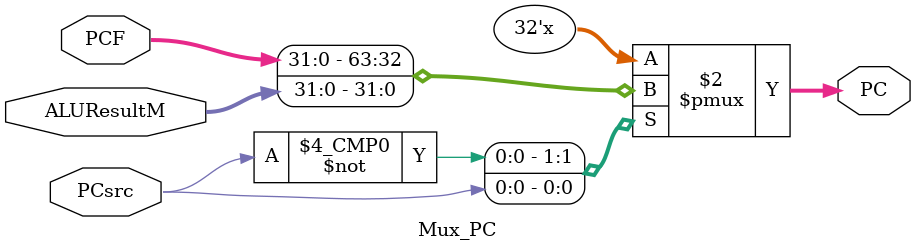
<source format=sv>
module Mux_PC (
    input logic         PCsrc,              //signal from controller
    input logic  [31:0] PCF,ALUResultM,
    output logic [31:0] PC
);
 always_comb 
 begin 
    case (PCsrc)
        1'b0 :   PC = PCF;
        1'b1 :   PC = ALUResultM; 
        default: PC = PCF;
    endcase
 end 
endmodule
</source>
